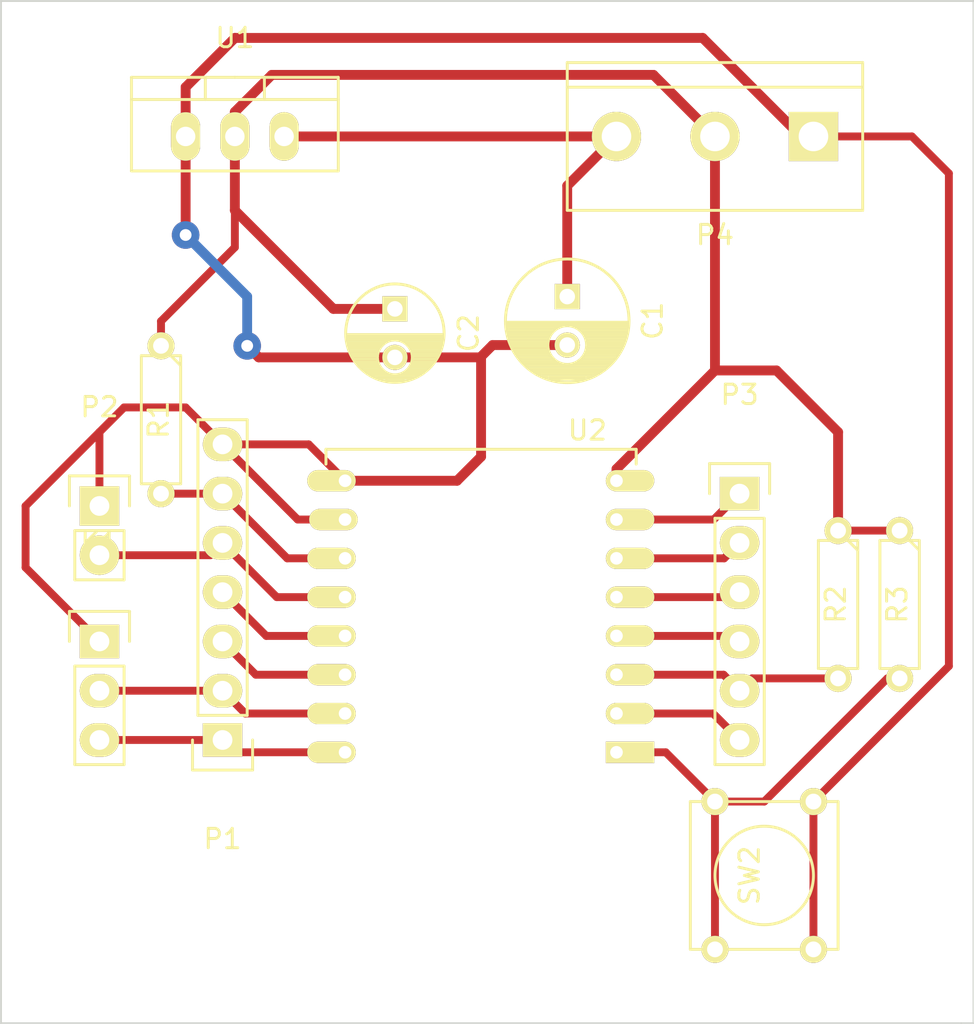
<source format=kicad_pcb>
(kicad_pcb (version 4) (host pcbnew 4.0.2+e4-6225~38~ubuntu14.04.1-stable)

  (general
    (links 38)
    (no_connects 0)
    (area 137.131667 75.075 186.458202 124.0885)
    (thickness 1.6)
    (drawings 6)
    (tracks 92)
    (zones 0)
    (modules 13)
    (nets 17)
  )

  (page A4)
  (layers
    (0 F.Cu signal)
    (31 B.Cu signal)
    (32 B.Adhes user)
    (33 F.Adhes user)
    (34 B.Paste user)
    (35 F.Paste user)
    (36 B.SilkS user)
    (37 F.SilkS user)
    (38 B.Mask user)
    (39 F.Mask user)
    (40 Dwgs.User user)
    (41 Cmts.User user)
    (42 Eco1.User user)
    (43 Eco2.User user)
    (44 Edge.Cuts user)
    (45 Margin user)
    (46 B.CrtYd user)
    (47 F.CrtYd user)
    (48 B.Fab user)
    (49 F.Fab user)
  )

  (setup
    (last_trace_width 0.25)
    (user_trace_width 0.254)
    (user_trace_width 0.3048)
    (user_trace_width 0.3556)
    (user_trace_width 0.4064)
    (user_trace_width 0.508)
    (user_trace_width 0.762)
    (user_trace_width 1.016)
    (trace_clearance 0.2)
    (zone_clearance 0.508)
    (zone_45_only no)
    (trace_min 0.2)
    (segment_width 0.2)
    (edge_width 0.1)
    (via_size 0.6)
    (via_drill 0.4)
    (via_min_size 0.4)
    (via_min_drill 0.3)
    (user_via 1.4224 0.6096)
    (user_via 1.524 0.9906)
    (uvia_size 0.3)
    (uvia_drill 0.1)
    (uvias_allowed no)
    (uvia_min_size 0)
    (uvia_min_drill 0)
    (pcb_text_width 0.3)
    (pcb_text_size 1.5 1.5)
    (mod_edge_width 0.15)
    (mod_text_size 1 1)
    (mod_text_width 0.15)
    (pad_size 1.5 1.5)
    (pad_drill 0.6)
    (pad_to_mask_clearance 0)
    (aux_axis_origin 0 0)
    (visible_elements FFFFFF7F)
    (pcbplotparams
      (layerselection 0x00030_80000001)
      (usegerberextensions false)
      (excludeedgelayer true)
      (linewidth 0.100000)
      (plotframeref false)
      (viasonmask false)
      (mode 1)
      (useauxorigin false)
      (hpglpennumber 1)
      (hpglpenspeed 20)
      (hpglpendiameter 15)
      (hpglpenoverlay 2)
      (psnegative false)
      (psa4output false)
      (plotreference true)
      (plotvalue true)
      (plotinvisibletext false)
      (padsonsilk false)
      (subtractmaskfromsilk false)
      (outputformat 1)
      (mirror false)
      (drillshape 1)
      (scaleselection 1)
      (outputdirectory ""))
  )

  (net 0 "")
  (net 1 GND)
  (net 2 VCC)
  (net 3 +3V3)
  (net 4 "Net-(K1-Pad2)")
  (net 5 "Net-(K1-Pad3)")
  (net 6 "Net-(R3-Pad2)")
  (net 7 "Net-(P1-Pad6)")
  (net 8 "Net-(P3-Pad5)")
  (net 9 "Net-(P3-Pad6)")
  (net 10 "Net-(P3-Pad4)")
  (net 11 "Net-(P3-Pad3)")
  (net 12 "Net-(P3-Pad2)")
  (net 13 "Net-(P3-Pad1)")
  (net 14 "Net-(P1-Pad5)")
  (net 15 "Net-(P1-Pad4)")
  (net 16 "Net-(P1-Pad3)")

  (net_class Default "This is the default net class."
    (clearance 0.2)
    (trace_width 0.25)
    (via_dia 0.6)
    (via_drill 0.4)
    (uvia_dia 0.3)
    (uvia_drill 0.1)
    (add_net +3V3)
    (add_net GND)
    (add_net "Net-(K1-Pad2)")
    (add_net "Net-(K1-Pad3)")
    (add_net "Net-(P1-Pad3)")
    (add_net "Net-(P1-Pad4)")
    (add_net "Net-(P1-Pad5)")
    (add_net "Net-(P1-Pad6)")
    (add_net "Net-(P3-Pad1)")
    (add_net "Net-(P3-Pad2)")
    (add_net "Net-(P3-Pad3)")
    (add_net "Net-(P3-Pad4)")
    (add_net "Net-(P3-Pad5)")
    (add_net "Net-(P3-Pad6)")
    (add_net "Net-(R3-Pad2)")
    (add_net VCC)
  )

  (module Capacitors_ThroughHole:C_Radial_D6.3_L11.2_P2.5 (layer F.Cu) (tedit 0) (tstamp 57783190)
    (at 166.37 89.535 270)
    (descr "Radial Electrolytic Capacitor, Diameter 6.3mm x Length 11.2mm, Pitch 2.5mm")
    (tags "Electrolytic Capacitor")
    (path /57781B16)
    (fp_text reference C1 (at 1.25 -4.4 270) (layer F.SilkS)
      (effects (font (size 1 1) (thickness 0.15)))
    )
    (fp_text value 100nF (at 1.25 4.4 270) (layer F.Fab)
      (effects (font (size 1 1) (thickness 0.15)))
    )
    (fp_line (start 1.325 -3.149) (end 1.325 3.149) (layer F.SilkS) (width 0.15))
    (fp_line (start 1.465 -3.143) (end 1.465 3.143) (layer F.SilkS) (width 0.15))
    (fp_line (start 1.605 -3.13) (end 1.605 -0.446) (layer F.SilkS) (width 0.15))
    (fp_line (start 1.605 0.446) (end 1.605 3.13) (layer F.SilkS) (width 0.15))
    (fp_line (start 1.745 -3.111) (end 1.745 -0.656) (layer F.SilkS) (width 0.15))
    (fp_line (start 1.745 0.656) (end 1.745 3.111) (layer F.SilkS) (width 0.15))
    (fp_line (start 1.885 -3.085) (end 1.885 -0.789) (layer F.SilkS) (width 0.15))
    (fp_line (start 1.885 0.789) (end 1.885 3.085) (layer F.SilkS) (width 0.15))
    (fp_line (start 2.025 -3.053) (end 2.025 -0.88) (layer F.SilkS) (width 0.15))
    (fp_line (start 2.025 0.88) (end 2.025 3.053) (layer F.SilkS) (width 0.15))
    (fp_line (start 2.165 -3.014) (end 2.165 -0.942) (layer F.SilkS) (width 0.15))
    (fp_line (start 2.165 0.942) (end 2.165 3.014) (layer F.SilkS) (width 0.15))
    (fp_line (start 2.305 -2.968) (end 2.305 -0.981) (layer F.SilkS) (width 0.15))
    (fp_line (start 2.305 0.981) (end 2.305 2.968) (layer F.SilkS) (width 0.15))
    (fp_line (start 2.445 -2.915) (end 2.445 -0.998) (layer F.SilkS) (width 0.15))
    (fp_line (start 2.445 0.998) (end 2.445 2.915) (layer F.SilkS) (width 0.15))
    (fp_line (start 2.585 -2.853) (end 2.585 -0.996) (layer F.SilkS) (width 0.15))
    (fp_line (start 2.585 0.996) (end 2.585 2.853) (layer F.SilkS) (width 0.15))
    (fp_line (start 2.725 -2.783) (end 2.725 -0.974) (layer F.SilkS) (width 0.15))
    (fp_line (start 2.725 0.974) (end 2.725 2.783) (layer F.SilkS) (width 0.15))
    (fp_line (start 2.865 -2.704) (end 2.865 -0.931) (layer F.SilkS) (width 0.15))
    (fp_line (start 2.865 0.931) (end 2.865 2.704) (layer F.SilkS) (width 0.15))
    (fp_line (start 3.005 -2.616) (end 3.005 -0.863) (layer F.SilkS) (width 0.15))
    (fp_line (start 3.005 0.863) (end 3.005 2.616) (layer F.SilkS) (width 0.15))
    (fp_line (start 3.145 -2.516) (end 3.145 -0.764) (layer F.SilkS) (width 0.15))
    (fp_line (start 3.145 0.764) (end 3.145 2.516) (layer F.SilkS) (width 0.15))
    (fp_line (start 3.285 -2.404) (end 3.285 -0.619) (layer F.SilkS) (width 0.15))
    (fp_line (start 3.285 0.619) (end 3.285 2.404) (layer F.SilkS) (width 0.15))
    (fp_line (start 3.425 -2.279) (end 3.425 -0.38) (layer F.SilkS) (width 0.15))
    (fp_line (start 3.425 0.38) (end 3.425 2.279) (layer F.SilkS) (width 0.15))
    (fp_line (start 3.565 -2.136) (end 3.565 2.136) (layer F.SilkS) (width 0.15))
    (fp_line (start 3.705 -1.974) (end 3.705 1.974) (layer F.SilkS) (width 0.15))
    (fp_line (start 3.845 -1.786) (end 3.845 1.786) (layer F.SilkS) (width 0.15))
    (fp_line (start 3.985 -1.563) (end 3.985 1.563) (layer F.SilkS) (width 0.15))
    (fp_line (start 4.125 -1.287) (end 4.125 1.287) (layer F.SilkS) (width 0.15))
    (fp_line (start 4.265 -0.912) (end 4.265 0.912) (layer F.SilkS) (width 0.15))
    (fp_circle (center 2.5 0) (end 2.5 -1) (layer F.SilkS) (width 0.15))
    (fp_circle (center 1.25 0) (end 1.25 -3.1875) (layer F.SilkS) (width 0.15))
    (fp_circle (center 1.25 0) (end 1.25 -3.4) (layer F.CrtYd) (width 0.05))
    (pad 2 thru_hole circle (at 2.5 0 270) (size 1.3 1.3) (drill 0.8) (layers *.Cu *.Mask F.SilkS)
      (net 1 GND))
    (pad 1 thru_hole rect (at 0 0 270) (size 1.3 1.3) (drill 0.8) (layers *.Cu *.Mask F.SilkS)
      (net 2 VCC))
    (model Capacitors_ThroughHole.3dshapes/C_Radial_D6.3_L11.2_P2.5.wrl
      (at (xyz 0 0 0))
      (scale (xyz 1 1 1))
      (rotate (xyz 0 0 0))
    )
  )

  (module Capacitors_ThroughHole:C_Radial_D5_L6_P2.5 (layer F.Cu) (tedit 0) (tstamp 57783196)
    (at 157.48 90.17 270)
    (descr "Radial Electrolytic Capacitor Diameter 5mm x Length 6mm, Pitch 2.5mm")
    (tags "Electrolytic Capacitor")
    (path /57781B25)
    (fp_text reference C2 (at 1.25 -3.8 270) (layer F.SilkS)
      (effects (font (size 1 1) (thickness 0.15)))
    )
    (fp_text value 10uf (at 1.25 3.8 270) (layer F.Fab)
      (effects (font (size 1 1) (thickness 0.15)))
    )
    (fp_line (start 1.325 -2.499) (end 1.325 2.499) (layer F.SilkS) (width 0.15))
    (fp_line (start 1.465 -2.491) (end 1.465 2.491) (layer F.SilkS) (width 0.15))
    (fp_line (start 1.605 -2.475) (end 1.605 -0.095) (layer F.SilkS) (width 0.15))
    (fp_line (start 1.605 0.095) (end 1.605 2.475) (layer F.SilkS) (width 0.15))
    (fp_line (start 1.745 -2.451) (end 1.745 -0.49) (layer F.SilkS) (width 0.15))
    (fp_line (start 1.745 0.49) (end 1.745 2.451) (layer F.SilkS) (width 0.15))
    (fp_line (start 1.885 -2.418) (end 1.885 -0.657) (layer F.SilkS) (width 0.15))
    (fp_line (start 1.885 0.657) (end 1.885 2.418) (layer F.SilkS) (width 0.15))
    (fp_line (start 2.025 -2.377) (end 2.025 -0.764) (layer F.SilkS) (width 0.15))
    (fp_line (start 2.025 0.764) (end 2.025 2.377) (layer F.SilkS) (width 0.15))
    (fp_line (start 2.165 -2.327) (end 2.165 -0.835) (layer F.SilkS) (width 0.15))
    (fp_line (start 2.165 0.835) (end 2.165 2.327) (layer F.SilkS) (width 0.15))
    (fp_line (start 2.305 -2.266) (end 2.305 -0.879) (layer F.SilkS) (width 0.15))
    (fp_line (start 2.305 0.879) (end 2.305 2.266) (layer F.SilkS) (width 0.15))
    (fp_line (start 2.445 -2.196) (end 2.445 -0.898) (layer F.SilkS) (width 0.15))
    (fp_line (start 2.445 0.898) (end 2.445 2.196) (layer F.SilkS) (width 0.15))
    (fp_line (start 2.585 -2.114) (end 2.585 -0.896) (layer F.SilkS) (width 0.15))
    (fp_line (start 2.585 0.896) (end 2.585 2.114) (layer F.SilkS) (width 0.15))
    (fp_line (start 2.725 -2.019) (end 2.725 -0.871) (layer F.SilkS) (width 0.15))
    (fp_line (start 2.725 0.871) (end 2.725 2.019) (layer F.SilkS) (width 0.15))
    (fp_line (start 2.865 -1.908) (end 2.865 -0.823) (layer F.SilkS) (width 0.15))
    (fp_line (start 2.865 0.823) (end 2.865 1.908) (layer F.SilkS) (width 0.15))
    (fp_line (start 3.005 -1.78) (end 3.005 -0.745) (layer F.SilkS) (width 0.15))
    (fp_line (start 3.005 0.745) (end 3.005 1.78) (layer F.SilkS) (width 0.15))
    (fp_line (start 3.145 -1.631) (end 3.145 -0.628) (layer F.SilkS) (width 0.15))
    (fp_line (start 3.145 0.628) (end 3.145 1.631) (layer F.SilkS) (width 0.15))
    (fp_line (start 3.285 -1.452) (end 3.285 -0.44) (layer F.SilkS) (width 0.15))
    (fp_line (start 3.285 0.44) (end 3.285 1.452) (layer F.SilkS) (width 0.15))
    (fp_line (start 3.425 -1.233) (end 3.425 1.233) (layer F.SilkS) (width 0.15))
    (fp_line (start 3.565 -0.944) (end 3.565 0.944) (layer F.SilkS) (width 0.15))
    (fp_line (start 3.705 -0.472) (end 3.705 0.472) (layer F.SilkS) (width 0.15))
    (fp_circle (center 2.5 0) (end 2.5 -0.9) (layer F.SilkS) (width 0.15))
    (fp_circle (center 1.25 0) (end 1.25 -2.5375) (layer F.SilkS) (width 0.15))
    (fp_circle (center 1.25 0) (end 1.25 -2.8) (layer F.CrtYd) (width 0.05))
    (pad 1 thru_hole rect (at 0 0 270) (size 1.3 1.3) (drill 0.8) (layers *.Cu *.Mask F.SilkS)
      (net 3 +3V3))
    (pad 2 thru_hole circle (at 2.5 0 270) (size 1.3 1.3) (drill 0.8) (layers *.Cu *.Mask F.SilkS)
      (net 1 GND))
    (model Capacitors_ThroughHole.3dshapes/C_Radial_D5_L6_P2.5.wrl
      (at (xyz 0.0492126 0 0))
      (scale (xyz 1 1 1))
      (rotate (xyz 0 0 90))
    )
  )

  (module Discret:R3 (layer F.Cu) (tedit 0) (tstamp 577831A3)
    (at 145.415 95.885 270)
    (descr "Resitance 3 pas")
    (tags R)
    (path /577727F2)
    (fp_text reference R1 (at 0 0.127 270) (layer F.SilkS)
      (effects (font (size 1 1) (thickness 0.15)))
    )
    (fp_text value 10k (at 0 0.127 270) (layer F.Fab)
      (effects (font (size 1 1) (thickness 0.15)))
    )
    (fp_line (start -3.81 0) (end -3.302 0) (layer F.SilkS) (width 0.15))
    (fp_line (start 3.81 0) (end 3.302 0) (layer F.SilkS) (width 0.15))
    (fp_line (start 3.302 0) (end 3.302 -1.016) (layer F.SilkS) (width 0.15))
    (fp_line (start 3.302 -1.016) (end -3.302 -1.016) (layer F.SilkS) (width 0.15))
    (fp_line (start -3.302 -1.016) (end -3.302 1.016) (layer F.SilkS) (width 0.15))
    (fp_line (start -3.302 1.016) (end 3.302 1.016) (layer F.SilkS) (width 0.15))
    (fp_line (start 3.302 1.016) (end 3.302 0) (layer F.SilkS) (width 0.15))
    (fp_line (start -3.302 -0.508) (end -2.794 -1.016) (layer F.SilkS) (width 0.15))
    (pad 1 thru_hole circle (at -3.81 0 270) (size 1.397 1.397) (drill 0.8128) (layers *.Cu *.Mask F.SilkS)
      (net 3 +3V3))
    (pad 2 thru_hole circle (at 3.81 0 270) (size 1.397 1.397) (drill 0.8128) (layers *.Cu *.Mask F.SilkS)
      (net 7 "Net-(P1-Pad6)"))
    (model Discret.3dshapes/R3.wrl
      (at (xyz 0 0 0))
      (scale (xyz 0.3 0.3 0.3))
      (rotate (xyz 0 0 0))
    )
  )

  (module Discret:R3 (layer F.Cu) (tedit 0) (tstamp 577831A9)
    (at 180.34 105.41 270)
    (descr "Resitance 3 pas")
    (tags R)
    (path /5777282E)
    (fp_text reference R2 (at 0 0.127 270) (layer F.SilkS)
      (effects (font (size 1 1) (thickness 0.15)))
    )
    (fp_text value 10k (at 0 0.127 270) (layer F.Fab)
      (effects (font (size 1 1) (thickness 0.15)))
    )
    (fp_line (start -3.81 0) (end -3.302 0) (layer F.SilkS) (width 0.15))
    (fp_line (start 3.81 0) (end 3.302 0) (layer F.SilkS) (width 0.15))
    (fp_line (start 3.302 0) (end 3.302 -1.016) (layer F.SilkS) (width 0.15))
    (fp_line (start 3.302 -1.016) (end -3.302 -1.016) (layer F.SilkS) (width 0.15))
    (fp_line (start -3.302 -1.016) (end -3.302 1.016) (layer F.SilkS) (width 0.15))
    (fp_line (start -3.302 1.016) (end 3.302 1.016) (layer F.SilkS) (width 0.15))
    (fp_line (start 3.302 1.016) (end 3.302 0) (layer F.SilkS) (width 0.15))
    (fp_line (start -3.302 -0.508) (end -2.794 -1.016) (layer F.SilkS) (width 0.15))
    (pad 1 thru_hole circle (at -3.81 0 270) (size 1.397 1.397) (drill 0.8128) (layers *.Cu *.Mask F.SilkS)
      (net 3 +3V3))
    (pad 2 thru_hole circle (at 3.81 0 270) (size 1.397 1.397) (drill 0.8128) (layers *.Cu *.Mask F.SilkS)
      (net 8 "Net-(P3-Pad5)"))
    (model Discret.3dshapes/R3.wrl
      (at (xyz 0 0 0))
      (scale (xyz 0.3 0.3 0.3))
      (rotate (xyz 0 0 0))
    )
  )

  (module Discret:R3 (layer F.Cu) (tedit 0) (tstamp 577831AF)
    (at 183.515 105.41 270)
    (descr "Resitance 3 pas")
    (tags R)
    (path /57772801)
    (fp_text reference R3 (at 0 0.127 270) (layer F.SilkS)
      (effects (font (size 1 1) (thickness 0.15)))
    )
    (fp_text value 10k (at 0 0.127 270) (layer F.Fab)
      (effects (font (size 1 1) (thickness 0.15)))
    )
    (fp_line (start -3.81 0) (end -3.302 0) (layer F.SilkS) (width 0.15))
    (fp_line (start 3.81 0) (end 3.302 0) (layer F.SilkS) (width 0.15))
    (fp_line (start 3.302 0) (end 3.302 -1.016) (layer F.SilkS) (width 0.15))
    (fp_line (start 3.302 -1.016) (end -3.302 -1.016) (layer F.SilkS) (width 0.15))
    (fp_line (start -3.302 -1.016) (end -3.302 1.016) (layer F.SilkS) (width 0.15))
    (fp_line (start -3.302 1.016) (end 3.302 1.016) (layer F.SilkS) (width 0.15))
    (fp_line (start 3.302 1.016) (end 3.302 0) (layer F.SilkS) (width 0.15))
    (fp_line (start -3.302 -0.508) (end -2.794 -1.016) (layer F.SilkS) (width 0.15))
    (pad 1 thru_hole circle (at -3.81 0 270) (size 1.397 1.397) (drill 0.8128) (layers *.Cu *.Mask F.SilkS)
      (net 3 +3V3))
    (pad 2 thru_hole circle (at 3.81 0 270) (size 1.397 1.397) (drill 0.8128) (layers *.Cu *.Mask F.SilkS)
      (net 6 "Net-(R3-Pad2)"))
    (model Discret.3dshapes/R3.wrl
      (at (xyz 0 0 0))
      (scale (xyz 0.3 0.3 0.3))
      (rotate (xyz 0 0 0))
    )
  )

  (module Buttons_Switches_ThroughHole:SW_PUSH_SMALL (layer F.Cu) (tedit 0) (tstamp 577831BD)
    (at 176.53 119.38 90)
    (path /57785857)
    (fp_text reference SW2 (at 0 -0.762 90) (layer F.SilkS)
      (effects (font (size 1 1) (thickness 0.15)))
    )
    (fp_text value SW_PUSH (at 0 1.016 90) (layer F.Fab)
      (effects (font (size 1 1) (thickness 0.15)))
    )
    (fp_circle (center 0 0) (end 0 -2.54) (layer F.SilkS) (width 0.15))
    (fp_line (start -3.81 -3.81) (end 3.81 -3.81) (layer F.SilkS) (width 0.15))
    (fp_line (start 3.81 -3.81) (end 3.81 3.81) (layer F.SilkS) (width 0.15))
    (fp_line (start 3.81 3.81) (end -3.81 3.81) (layer F.SilkS) (width 0.15))
    (fp_line (start -3.81 -3.81) (end -3.81 3.81) (layer F.SilkS) (width 0.15))
    (pad 1 thru_hole circle (at 3.81 -2.54 90) (size 1.397 1.397) (drill 0.8128) (layers *.Cu *.Mask F.SilkS)
      (net 6 "Net-(R3-Pad2)"))
    (pad 2 thru_hole circle (at 3.81 2.54 90) (size 1.397 1.397) (drill 0.8128) (layers *.Cu *.Mask F.SilkS)
      (net 1 GND))
    (pad 1 thru_hole circle (at -3.81 -2.54 90) (size 1.397 1.397) (drill 0.8128) (layers *.Cu *.Mask F.SilkS)
      (net 6 "Net-(R3-Pad2)"))
    (pad 2 thru_hole circle (at -3.81 2.54 90) (size 1.397 1.397) (drill 0.8128) (layers *.Cu *.Mask F.SilkS)
      (net 1 GND))
  )

  (module TO_SOT_Packages_THT:TO-220_Neutral123_Vertical (layer F.Cu) (tedit 0) (tstamp 577831C4)
    (at 149.225 81.28)
    (descr "TO-220, Neutral, Vertical,")
    (tags "TO-220, Neutral, Vertical,")
    (path /57772B2A)
    (fp_text reference U1 (at 0 -5.08) (layer F.SilkS)
      (effects (font (size 1 1) (thickness 0.15)))
    )
    (fp_text value NCP1117ST33T3G (at 0 3.81) (layer F.Fab)
      (effects (font (size 1 1) (thickness 0.15)))
    )
    (fp_line (start -1.524 -3.048) (end -1.524 -1.905) (layer F.SilkS) (width 0.15))
    (fp_line (start 1.524 -3.048) (end 1.524 -1.905) (layer F.SilkS) (width 0.15))
    (fp_line (start 5.334 -1.905) (end 5.334 1.778) (layer F.SilkS) (width 0.15))
    (fp_line (start 5.334 1.778) (end -5.334 1.778) (layer F.SilkS) (width 0.15))
    (fp_line (start -5.334 1.778) (end -5.334 -1.905) (layer F.SilkS) (width 0.15))
    (fp_line (start 5.334 -3.048) (end 5.334 -1.905) (layer F.SilkS) (width 0.15))
    (fp_line (start 5.334 -1.905) (end -5.334 -1.905) (layer F.SilkS) (width 0.15))
    (fp_line (start -5.334 -1.905) (end -5.334 -3.048) (layer F.SilkS) (width 0.15))
    (fp_line (start 0 -3.048) (end -5.334 -3.048) (layer F.SilkS) (width 0.15))
    (fp_line (start 0 -3.048) (end 5.334 -3.048) (layer F.SilkS) (width 0.15))
    (pad 2 thru_hole oval (at 0 0 90) (size 2.49936 1.50114) (drill 1.00076) (layers *.Cu *.Mask F.SilkS)
      (net 3 +3V3))
    (pad 1 thru_hole oval (at -2.54 0 90) (size 2.49936 1.50114) (drill 1.00076) (layers *.Cu *.Mask F.SilkS)
      (net 1 GND))
    (pad 3 thru_hole oval (at 2.54 0 90) (size 2.49936 1.50114) (drill 1.00076) (layers *.Cu *.Mask F.SilkS)
      (net 2 VCC))
    (model TO_SOT_Packages_THT.3dshapes/TO-220_Neutral123_Vertical.wrl
      (at (xyz 0 0 0))
      (scale (xyz 0.3937 0.3937 0.3937))
      (rotate (xyz 0 0 0))
    )
  )

  (module ESP8266:ESP-12 (layer F.Cu) (tedit 55BE5912) (tstamp 577831D8)
    (at 168.91 113.03 180)
    (descr "Module, ESP-8266, ESP-12, 16 pad, SMD")
    (tags "Module ESP-8266 ESP8266")
    (path /57782701)
    (fp_text reference U2 (at 1.5 16.6 180) (layer F.SilkS)
      (effects (font (size 1 1) (thickness 0.15)))
    )
    (fp_text value ESP-07v2 (at 6.992 1 180) (layer F.Fab)
      (effects (font (size 1 1) (thickness 0.15)))
    )
    (fp_line (start -2.25 -0.5) (end -2.25 -8.75) (layer F.CrtYd) (width 0.05))
    (fp_line (start -2.25 -8.75) (end 15.25 -8.75) (layer F.CrtYd) (width 0.05))
    (fp_line (start 15.25 -8.75) (end 16.25 -8.75) (layer F.CrtYd) (width 0.05))
    (fp_line (start 16.25 -8.75) (end 16.25 16) (layer F.CrtYd) (width 0.05))
    (fp_line (start 16.25 16) (end -2.25 16) (layer F.CrtYd) (width 0.05))
    (fp_line (start -2.25 16) (end -2.25 -0.5) (layer F.CrtYd) (width 0.05))
    (fp_line (start -1.016 -8.382) (end 14.986 -8.382) (layer F.CrtYd) (width 0.1524))
    (fp_line (start 14.986 -8.382) (end 14.986 -0.889) (layer F.CrtYd) (width 0.1524))
    (fp_line (start -1.016 -8.382) (end -1.016 -1.016) (layer F.CrtYd) (width 0.1524))
    (fp_line (start -1.016 14.859) (end -1.016 15.621) (layer F.SilkS) (width 0.1524))
    (fp_line (start -1.016 15.621) (end 14.986 15.621) (layer F.SilkS) (width 0.1524))
    (fp_line (start 14.986 15.621) (end 14.986 14.859) (layer F.SilkS) (width 0.1524))
    (fp_line (start 14.992 -8.4) (end -1.008 -2.6) (layer F.CrtYd) (width 0.1524))
    (fp_line (start -1.008 -8.4) (end 14.992 -2.6) (layer F.CrtYd) (width 0.1524))
    (fp_text user "No Copper" (at 6.892 -5.4 180) (layer F.CrtYd)
      (effects (font (size 1 1) (thickness 0.15)))
    )
    (fp_line (start -1.008 -2.6) (end 14.992 -2.6) (layer F.CrtYd) (width 0.1524))
    (fp_line (start 15 -8.4) (end 15 15.6) (layer F.Fab) (width 0.05))
    (fp_line (start 14.992 15.6) (end -1.008 15.6) (layer F.Fab) (width 0.05))
    (fp_line (start -1.008 15.6) (end -1.008 -8.4) (layer F.Fab) (width 0.05))
    (fp_line (start -1.008 -8.4) (end 14.992 -8.4) (layer F.Fab) (width 0.05))
    (pad 1 thru_hole rect (at 0 0 180) (size 2.5 1.1) (drill 0.65 (offset -0.7 0)) (layers *.Cu *.Mask F.SilkS)
      (net 6 "Net-(R3-Pad2)"))
    (pad 2 thru_hole oval (at 0 2 180) (size 2.5 1.1) (drill 0.65 (offset -0.7 0)) (layers *.Cu *.Mask F.SilkS)
      (net 9 "Net-(P3-Pad6)"))
    (pad 3 thru_hole oval (at 0 4 180) (size 2.5 1.1) (drill 0.65 (offset -0.7 0)) (layers *.Cu *.Mask F.SilkS)
      (net 8 "Net-(P3-Pad5)"))
    (pad 4 thru_hole oval (at 0 6 180) (size 2.5 1.1) (drill 0.65 (offset -0.7 0)) (layers *.Cu *.Mask F.SilkS)
      (net 10 "Net-(P3-Pad4)"))
    (pad 5 thru_hole oval (at 0 8 180) (size 2.5 1.1) (drill 0.65 (offset -0.7 0)) (layers *.Cu *.Mask F.SilkS)
      (net 11 "Net-(P3-Pad3)"))
    (pad 6 thru_hole oval (at 0 10 180) (size 2.5 1.1) (drill 0.65 (offset -0.7 0)) (layers *.Cu *.Mask F.SilkS)
      (net 12 "Net-(P3-Pad2)"))
    (pad 7 thru_hole oval (at 0 12 180) (size 2.5 1.1) (drill 0.65 (offset -0.7 0)) (layers *.Cu *.Mask F.SilkS)
      (net 13 "Net-(P3-Pad1)"))
    (pad 8 thru_hole oval (at 0 14 180) (size 2.5 1.1) (drill 0.65 (offset -0.7 0)) (layers *.Cu *.Mask F.SilkS)
      (net 3 +3V3))
    (pad 9 thru_hole oval (at 14 14 180) (size 2.5 1.1) (drill 0.65 (offset 0.7 0)) (layers *.Cu *.Mask F.SilkS)
      (net 1 GND))
    (pad 10 thru_hole oval (at 14 12 180) (size 2.5 1.1) (drill 0.65 (offset 0.6 0)) (layers *.Cu *.Mask F.SilkS)
      (net 1 GND))
    (pad 11 thru_hole oval (at 14 10 180) (size 2.5 1.1) (drill 0.65 (offset 0.7 0)) (layers *.Cu *.Mask F.SilkS)
      (net 7 "Net-(P1-Pad6)"))
    (pad 12 thru_hole oval (at 14 8 180) (size 2.5 1.1) (drill 0.65 (offset 0.7 0)) (layers *.Cu *.Mask F.SilkS)
      (net 14 "Net-(P1-Pad5)"))
    (pad 13 thru_hole oval (at 14 6 180) (size 2.5 1.1) (drill 0.65 (offset 0.7 0)) (layers *.Cu *.Mask F.SilkS)
      (net 15 "Net-(P1-Pad4)"))
    (pad 14 thru_hole oval (at 14 4 180) (size 2.5 1.1) (drill 0.65 (offset 0.7 0)) (layers *.Cu *.Mask F.SilkS)
      (net 16 "Net-(P1-Pad3)"))
    (pad 15 thru_hole oval (at 14 2 180) (size 2.5 1.1) (drill 0.65 (offset 0.7 0)) (layers *.Cu *.Mask F.SilkS)
      (net 4 "Net-(K1-Pad2)"))
    (pad 16 thru_hole oval (at 14 0 180) (size 2.5 1.1) (drill 0.65 (offset 0.7 0)) (layers *.Cu *.Mask F.SilkS)
      (net 5 "Net-(K1-Pad3)"))
    (model ${ESPLIB}/ESP8266.3dshapes/ESP-12.wrl
      (at (xyz 0 0 0))
      (scale (xyz 0.3937 0.3937 0.3937))
      (rotate (xyz 0 0 0))
    )
  )

  (module Pin_Headers:Pin_Header_Straight_1x07 (layer F.Cu) (tedit 0) (tstamp 577837CD)
    (at 148.59 112.395 180)
    (descr "Through hole pin header")
    (tags "pin header")
    (path /57787A15)
    (fp_text reference P1 (at 0 -5.1 180) (layer F.SilkS)
      (effects (font (size 1 1) (thickness 0.15)))
    )
    (fp_text value CONN_01X07 (at 0 -3.1 180) (layer F.Fab)
      (effects (font (size 1 1) (thickness 0.15)))
    )
    (fp_line (start -1.75 -1.75) (end -1.75 17) (layer F.CrtYd) (width 0.05))
    (fp_line (start 1.75 -1.75) (end 1.75 17) (layer F.CrtYd) (width 0.05))
    (fp_line (start -1.75 -1.75) (end 1.75 -1.75) (layer F.CrtYd) (width 0.05))
    (fp_line (start -1.75 17) (end 1.75 17) (layer F.CrtYd) (width 0.05))
    (fp_line (start 1.27 1.27) (end 1.27 16.51) (layer F.SilkS) (width 0.15))
    (fp_line (start 1.27 16.51) (end -1.27 16.51) (layer F.SilkS) (width 0.15))
    (fp_line (start -1.27 16.51) (end -1.27 1.27) (layer F.SilkS) (width 0.15))
    (fp_line (start 1.55 -1.55) (end 1.55 0) (layer F.SilkS) (width 0.15))
    (fp_line (start 1.27 1.27) (end -1.27 1.27) (layer F.SilkS) (width 0.15))
    (fp_line (start -1.55 0) (end -1.55 -1.55) (layer F.SilkS) (width 0.15))
    (fp_line (start -1.55 -1.55) (end 1.55 -1.55) (layer F.SilkS) (width 0.15))
    (pad 1 thru_hole rect (at 0 0 180) (size 2.032 1.7272) (drill 1.016) (layers *.Cu *.Mask F.SilkS)
      (net 5 "Net-(K1-Pad3)"))
    (pad 2 thru_hole oval (at 0 2.54 180) (size 2.032 1.7272) (drill 1.016) (layers *.Cu *.Mask F.SilkS)
      (net 4 "Net-(K1-Pad2)"))
    (pad 3 thru_hole oval (at 0 5.08 180) (size 2.032 1.7272) (drill 1.016) (layers *.Cu *.Mask F.SilkS)
      (net 16 "Net-(P1-Pad3)"))
    (pad 4 thru_hole oval (at 0 7.62 180) (size 2.032 1.7272) (drill 1.016) (layers *.Cu *.Mask F.SilkS)
      (net 15 "Net-(P1-Pad4)"))
    (pad 5 thru_hole oval (at 0 10.16 180) (size 2.032 1.7272) (drill 1.016) (layers *.Cu *.Mask F.SilkS)
      (net 14 "Net-(P1-Pad5)"))
    (pad 6 thru_hole oval (at 0 12.7 180) (size 2.032 1.7272) (drill 1.016) (layers *.Cu *.Mask F.SilkS)
      (net 7 "Net-(P1-Pad6)"))
    (pad 7 thru_hole oval (at 0 15.24 180) (size 2.032 1.7272) (drill 1.016) (layers *.Cu *.Mask F.SilkS)
      (net 1 GND))
    (model Pin_Headers.3dshapes/Pin_Header_Straight_1x07.wrl
      (at (xyz 0 -0.3 0))
      (scale (xyz 1 1 1))
      (rotate (xyz 0 0 90))
    )
  )

  (module Pin_Headers:Pin_Header_Straight_1x06 (layer F.Cu) (tedit 0) (tstamp 577837DD)
    (at 175.26 99.695)
    (descr "Through hole pin header")
    (tags "pin header")
    (path /57787643)
    (fp_text reference P3 (at 0 -5.1) (layer F.SilkS)
      (effects (font (size 1 1) (thickness 0.15)))
    )
    (fp_text value CONN_01X06 (at 0 -3.1) (layer F.Fab)
      (effects (font (size 1 1) (thickness 0.15)))
    )
    (fp_line (start -1.75 -1.75) (end -1.75 14.45) (layer F.CrtYd) (width 0.05))
    (fp_line (start 1.75 -1.75) (end 1.75 14.45) (layer F.CrtYd) (width 0.05))
    (fp_line (start -1.75 -1.75) (end 1.75 -1.75) (layer F.CrtYd) (width 0.05))
    (fp_line (start -1.75 14.45) (end 1.75 14.45) (layer F.CrtYd) (width 0.05))
    (fp_line (start 1.27 1.27) (end 1.27 13.97) (layer F.SilkS) (width 0.15))
    (fp_line (start 1.27 13.97) (end -1.27 13.97) (layer F.SilkS) (width 0.15))
    (fp_line (start -1.27 13.97) (end -1.27 1.27) (layer F.SilkS) (width 0.15))
    (fp_line (start 1.55 -1.55) (end 1.55 0) (layer F.SilkS) (width 0.15))
    (fp_line (start 1.27 1.27) (end -1.27 1.27) (layer F.SilkS) (width 0.15))
    (fp_line (start -1.55 0) (end -1.55 -1.55) (layer F.SilkS) (width 0.15))
    (fp_line (start -1.55 -1.55) (end 1.55 -1.55) (layer F.SilkS) (width 0.15))
    (pad 1 thru_hole rect (at 0 0) (size 2.032 1.7272) (drill 1.016) (layers *.Cu *.Mask F.SilkS)
      (net 13 "Net-(P3-Pad1)"))
    (pad 2 thru_hole oval (at 0 2.54) (size 2.032 1.7272) (drill 1.016) (layers *.Cu *.Mask F.SilkS)
      (net 12 "Net-(P3-Pad2)"))
    (pad 3 thru_hole oval (at 0 5.08) (size 2.032 1.7272) (drill 1.016) (layers *.Cu *.Mask F.SilkS)
      (net 11 "Net-(P3-Pad3)"))
    (pad 4 thru_hole oval (at 0 7.62) (size 2.032 1.7272) (drill 1.016) (layers *.Cu *.Mask F.SilkS)
      (net 10 "Net-(P3-Pad4)"))
    (pad 5 thru_hole oval (at 0 10.16) (size 2.032 1.7272) (drill 1.016) (layers *.Cu *.Mask F.SilkS)
      (net 8 "Net-(P3-Pad5)"))
    (pad 6 thru_hole oval (at 0 12.7) (size 2.032 1.7272) (drill 1.016) (layers *.Cu *.Mask F.SilkS)
      (net 9 "Net-(P3-Pad6)"))
    (model Pin_Headers.3dshapes/Pin_Header_Straight_1x06.wrl
      (at (xyz 0 -0.25 0))
      (scale (xyz 1 1 1))
      (rotate (xyz 0 0 90))
    )
  )

  (module Pin_Headers:Pin_Header_Straight_1x03 (layer F.Cu) (tedit 0) (tstamp 57783923)
    (at 142.24 107.315)
    (descr "Through hole pin header")
    (tags "pin header")
    (path /577729A0)
    (fp_text reference K1 (at 0 -5.1) (layer F.SilkS)
      (effects (font (size 1 1) (thickness 0.15)))
    )
    (fp_text value USB/Serial (at 0 -3.1) (layer F.Fab)
      (effects (font (size 1 1) (thickness 0.15)))
    )
    (fp_line (start -1.75 -1.75) (end -1.75 6.85) (layer F.CrtYd) (width 0.05))
    (fp_line (start 1.75 -1.75) (end 1.75 6.85) (layer F.CrtYd) (width 0.05))
    (fp_line (start -1.75 -1.75) (end 1.75 -1.75) (layer F.CrtYd) (width 0.05))
    (fp_line (start -1.75 6.85) (end 1.75 6.85) (layer F.CrtYd) (width 0.05))
    (fp_line (start -1.27 1.27) (end -1.27 6.35) (layer F.SilkS) (width 0.15))
    (fp_line (start -1.27 6.35) (end 1.27 6.35) (layer F.SilkS) (width 0.15))
    (fp_line (start 1.27 6.35) (end 1.27 1.27) (layer F.SilkS) (width 0.15))
    (fp_line (start 1.55 -1.55) (end 1.55 0) (layer F.SilkS) (width 0.15))
    (fp_line (start 1.27 1.27) (end -1.27 1.27) (layer F.SilkS) (width 0.15))
    (fp_line (start -1.55 0) (end -1.55 -1.55) (layer F.SilkS) (width 0.15))
    (fp_line (start -1.55 -1.55) (end 1.55 -1.55) (layer F.SilkS) (width 0.15))
    (pad 1 thru_hole rect (at 0 0) (size 2.032 1.7272) (drill 1.016) (layers *.Cu *.Mask F.SilkS)
      (net 1 GND))
    (pad 2 thru_hole oval (at 0 2.54) (size 2.032 1.7272) (drill 1.016) (layers *.Cu *.Mask F.SilkS)
      (net 4 "Net-(K1-Pad2)"))
    (pad 3 thru_hole oval (at 0 5.08) (size 2.032 1.7272) (drill 1.016) (layers *.Cu *.Mask F.SilkS)
      (net 5 "Net-(K1-Pad3)"))
    (model Pin_Headers.3dshapes/Pin_Header_Straight_1x03.wrl
      (at (xyz 0 -0.1 0))
      (scale (xyz 1 1 1))
      (rotate (xyz 0 0 90))
    )
  )

  (module Pin_Headers:Pin_Header_Straight_1x02 (layer F.Cu) (tedit 54EA090C) (tstamp 577839B5)
    (at 142.24 100.33)
    (descr "Through hole pin header")
    (tags "pin header")
    (path /5778A96F)
    (fp_text reference P2 (at 0 -5.1) (layer F.SilkS)
      (effects (font (size 1 1) (thickness 0.15)))
    )
    (fp_text value CONN_01X02 (at 0 -3.1) (layer F.Fab)
      (effects (font (size 1 1) (thickness 0.15)))
    )
    (fp_line (start 1.27 1.27) (end 1.27 3.81) (layer F.SilkS) (width 0.15))
    (fp_line (start 1.55 -1.55) (end 1.55 0) (layer F.SilkS) (width 0.15))
    (fp_line (start -1.75 -1.75) (end -1.75 4.3) (layer F.CrtYd) (width 0.05))
    (fp_line (start 1.75 -1.75) (end 1.75 4.3) (layer F.CrtYd) (width 0.05))
    (fp_line (start -1.75 -1.75) (end 1.75 -1.75) (layer F.CrtYd) (width 0.05))
    (fp_line (start -1.75 4.3) (end 1.75 4.3) (layer F.CrtYd) (width 0.05))
    (fp_line (start 1.27 1.27) (end -1.27 1.27) (layer F.SilkS) (width 0.15))
    (fp_line (start -1.55 0) (end -1.55 -1.55) (layer F.SilkS) (width 0.15))
    (fp_line (start -1.55 -1.55) (end 1.55 -1.55) (layer F.SilkS) (width 0.15))
    (fp_line (start -1.27 1.27) (end -1.27 3.81) (layer F.SilkS) (width 0.15))
    (fp_line (start -1.27 3.81) (end 1.27 3.81) (layer F.SilkS) (width 0.15))
    (pad 1 thru_hole rect (at 0 0) (size 2.032 2.032) (drill 1.016) (layers *.Cu *.Mask F.SilkS)
      (net 1 GND))
    (pad 2 thru_hole oval (at 0 2.54) (size 2.032 2.032) (drill 1.016) (layers *.Cu *.Mask F.SilkS)
      (net 14 "Net-(P1-Pad5)"))
    (model Pin_Headers.3dshapes/Pin_Header_Straight_1x02.wrl
      (at (xyz 0 -0.05 0))
      (scale (xyz 1 1 1))
      (rotate (xyz 0 0 90))
    )
  )

  (module Connect:bornier3 (layer F.Cu) (tedit 0) (tstamp 57783B15)
    (at 173.99 81.28 180)
    (descr "Bornier d'alimentation 3 pins")
    (tags DEV)
    (path /5778E442)
    (fp_text reference P4 (at 0 -5.08 180) (layer F.SilkS)
      (effects (font (size 1 1) (thickness 0.15)))
    )
    (fp_text value CONN_01X03 (at 0 5.08 180) (layer F.Fab)
      (effects (font (size 1 1) (thickness 0.15)))
    )
    (fp_line (start -7.62 3.81) (end -7.62 -3.81) (layer F.SilkS) (width 0.15))
    (fp_line (start 7.62 3.81) (end 7.62 -3.81) (layer F.SilkS) (width 0.15))
    (fp_line (start -7.62 2.54) (end 7.62 2.54) (layer F.SilkS) (width 0.15))
    (fp_line (start -7.62 -3.81) (end 7.62 -3.81) (layer F.SilkS) (width 0.15))
    (fp_line (start -7.62 3.81) (end 7.62 3.81) (layer F.SilkS) (width 0.15))
    (pad 1 thru_hole rect (at -5.08 0 180) (size 2.54 2.54) (drill 1.524) (layers *.Cu *.Mask F.SilkS)
      (net 1 GND))
    (pad 2 thru_hole circle (at 0 0 180) (size 2.54 2.54) (drill 1.524) (layers *.Cu *.Mask F.SilkS)
      (net 3 +3V3))
    (pad 3 thru_hole circle (at 5.08 0 180) (size 2.54 2.54) (drill 1.524) (layers *.Cu *.Mask F.SilkS)
      (net 2 VCC))
    (model Connect.3dshapes/bornier3.wrl
      (at (xyz 0 0 0))
      (scale (xyz 1 1 1))
      (rotate (xyz 0 0 0))
    )
  )

  (gr_line (start 186.69 127) (end 187.325 127) (angle 90) (layer Edge.Cuts) (width 0.1))
  (gr_line (start 137.16 74.295) (end 137.16 127) (angle 90) (layer Edge.Cuts) (width 0.1))
  (gr_line (start 137.795 74.295) (end 137.16 74.295) (angle 90) (layer Edge.Cuts) (width 0.1))
  (gr_line (start 187.325 74.295) (end 137.795 74.295) (angle 90) (layer Edge.Cuts) (width 0.1))
  (gr_line (start 187.325 127) (end 187.325 74.295) (angle 90) (layer Edge.Cuts) (width 0.1))
  (gr_line (start 137.16 127) (end 186.69 127) (angle 90) (layer Edge.Cuts) (width 0.1))

  (segment (start 146.685 81.28) (end 146.685 86.36) (width 0.508) (layer F.Cu) (net 1))
  (segment (start 150.455 92.67) (end 157.48 92.67) (width 0.508) (layer F.Cu) (net 1) (tstamp 57783DD8))
  (segment (start 149.86 92.075) (end 150.455 92.67) (width 0.508) (layer F.Cu) (net 1) (tstamp 57783DD7))
  (via (at 149.86 92.075) (size 1.4224) (drill 0.6096) (layers F.Cu B.Cu) (net 1))
  (segment (start 149.86 89.535) (end 149.86 92.075) (width 0.508) (layer B.Cu) (net 1) (tstamp 57783DCF))
  (segment (start 146.685 86.36) (end 149.86 89.535) (width 0.508) (layer B.Cu) (net 1) (tstamp 57783DCE))
  (via (at 146.685 86.36) (size 1.4224) (drill 0.6096) (layers F.Cu B.Cu) (net 1))
  (segment (start 148.59 97.155) (end 153.035 97.155) (width 0.4064) (layer F.Cu) (net 1))
  (segment (start 153.035 97.155) (end 154.91 99.03) (width 0.4064) (layer F.Cu) (net 1) (tstamp 57783D98))
  (segment (start 179.07 81.28) (end 184.15 81.28) (width 0.4064) (layer F.Cu) (net 1))
  (segment (start 186.055 108.585) (end 179.07 115.57) (width 0.4064) (layer F.Cu) (net 1) (tstamp 57783CF2))
  (segment (start 186.055 83.185) (end 186.055 108.585) (width 0.4064) (layer F.Cu) (net 1) (tstamp 57783CE9))
  (segment (start 184.15 81.28) (end 186.055 83.185) (width 0.4064) (layer F.Cu) (net 1) (tstamp 57783CE3))
  (segment (start 166.37 92.035) (end 162.52 92.035) (width 0.508) (layer F.Cu) (net 1))
  (segment (start 162.52 92.035) (end 161.885 92.67) (width 0.508) (layer F.Cu) (net 1) (tstamp 57783CC4))
  (segment (start 154.91 99.03) (end 160.685 99.03) (width 0.508) (layer F.Cu) (net 1))
  (segment (start 160.685 99.03) (end 161.925 97.79) (width 0.508) (layer F.Cu) (net 1) (tstamp 57783CBB))
  (segment (start 161.925 97.79) (end 161.925 92.71) (width 0.508) (layer F.Cu) (net 1) (tstamp 57783CBD))
  (segment (start 161.925 92.71) (end 161.885 92.67) (width 0.508) (layer F.Cu) (net 1) (tstamp 57783CBE))
  (segment (start 161.885 92.67) (end 157.48 92.67) (width 0.508) (layer F.Cu) (net 1) (tstamp 57783CC0))
  (segment (start 179.07 123.19) (end 179.07 115.57) (width 0.4064) (layer F.Cu) (net 1))
  (segment (start 142.24 107.315) (end 138.43 103.505) (width 0.4064) (layer F.Cu) (net 1))
  (segment (start 138.43 100.33) (end 142.24 96.52) (width 0.4064) (layer F.Cu) (net 1) (tstamp 57783BD9))
  (segment (start 138.43 103.505) (end 138.43 100.33) (width 0.4064) (layer F.Cu) (net 1) (tstamp 57783BD8))
  (segment (start 142.24 100.33) (end 142.24 96.52) (width 0.4064) (layer F.Cu) (net 1))
  (segment (start 146.685 95.25) (end 148.59 97.155) (width 0.4064) (layer F.Cu) (net 1) (tstamp 57783BD4))
  (segment (start 143.51 95.25) (end 146.685 95.25) (width 0.4064) (layer F.Cu) (net 1) (tstamp 57783BD1))
  (segment (start 142.24 96.52) (end 143.51 95.25) (width 0.4064) (layer F.Cu) (net 1) (tstamp 57783BCD))
  (segment (start 179.07 81.28) (end 178.435 81.28) (width 0.508) (layer F.Cu) (net 1))
  (segment (start 178.435 81.28) (end 173.355 76.2) (width 0.508) (layer F.Cu) (net 1) (tstamp 57783BA4))
  (segment (start 173.355 76.2) (end 149.225 76.2) (width 0.508) (layer F.Cu) (net 1) (tstamp 57783BA5))
  (segment (start 149.225 76.2) (end 146.685 78.74) (width 0.508) (layer F.Cu) (net 1) (tstamp 57783BA7))
  (segment (start 146.685 78.74) (end 146.685 81.28) (width 0.508) (layer F.Cu) (net 1) (tstamp 57783BA9))
  (segment (start 154.91 101.03) (end 152.465 101.03) (width 0.4064) (layer F.Cu) (net 1))
  (segment (start 152.465 101.03) (end 148.59 97.155) (width 0.4064) (layer F.Cu) (net 1) (tstamp 57783B8D))
  (segment (start 166.37 89.535) (end 166.37 83.82) (width 0.508) (layer F.Cu) (net 2))
  (segment (start 166.37 83.82) (end 168.91 81.28) (width 0.508) (layer F.Cu) (net 2) (tstamp 57783C6E))
  (segment (start 168.91 81.28) (end 151.765 81.28) (width 0.508) (layer F.Cu) (net 2))
  (segment (start 180.34 101.6) (end 180.34 96.52) (width 0.508) (layer F.Cu) (net 3))
  (segment (start 177.165 93.345) (end 173.99 93.345) (width 0.508) (layer F.Cu) (net 3) (tstamp 57783D50))
  (segment (start 180.34 96.52) (end 177.165 93.345) (width 0.508) (layer F.Cu) (net 3) (tstamp 57783D4F))
  (segment (start 173.99 81.28) (end 173.99 93.345) (width 0.508) (layer F.Cu) (net 3))
  (segment (start 168.91 98.425) (end 168.91 99.03) (width 0.508) (layer F.Cu) (net 3) (tstamp 57783D4B))
  (segment (start 173.99 93.345) (end 168.91 98.425) (width 0.508) (layer F.Cu) (net 3) (tstamp 57783D47))
  (segment (start 157.48 90.17) (end 154.305 90.17) (width 0.508) (layer F.Cu) (net 3))
  (segment (start 149.225 85.09) (end 149.225 81.28) (width 0.508) (layer F.Cu) (net 3) (tstamp 57783C79))
  (segment (start 154.305 90.17) (end 149.225 85.09) (width 0.508) (layer F.Cu) (net 3) (tstamp 57783C73))
  (segment (start 180.34 101.6) (end 183.515 101.6) (width 0.4064) (layer F.Cu) (net 3))
  (segment (start 145.415 92.075) (end 145.415 90.805) (width 0.4064) (layer F.Cu) (net 3))
  (segment (start 149.225 86.995) (end 149.225 81.28) (width 0.4064) (layer F.Cu) (net 3) (tstamp 57783C2B))
  (segment (start 145.415 90.805) (end 149.225 86.995) (width 0.4064) (layer F.Cu) (net 3) (tstamp 57783C2A))
  (segment (start 149.225 81.28) (end 149.225 80.01) (width 0.508) (layer F.Cu) (net 3))
  (segment (start 170.815 78.105) (end 173.99 81.28) (width 0.508) (layer F.Cu) (net 3) (tstamp 57783BA0))
  (segment (start 151.13 78.105) (end 170.815 78.105) (width 0.508) (layer F.Cu) (net 3) (tstamp 57783B9F))
  (segment (start 149.225 80.01) (end 151.13 78.105) (width 0.508) (layer F.Cu) (net 3) (tstamp 57783B9E))
  (segment (start 142.24 109.855) (end 148.59 109.855) (width 0.4064) (layer F.Cu) (net 4))
  (segment (start 154.91 111.03) (end 149.765 111.03) (width 0.4064) (layer F.Cu) (net 4))
  (segment (start 149.765 111.03) (end 148.59 109.855) (width 0.4064) (layer F.Cu) (net 4) (tstamp 57783B7A))
  (segment (start 148.59 112.395) (end 142.24 112.395) (width 0.4064) (layer F.Cu) (net 5))
  (segment (start 154.91 113.03) (end 149.225 113.03) (width 0.4064) (layer F.Cu) (net 5))
  (segment (start 149.225 113.03) (end 148.59 112.395) (width 0.4064) (layer F.Cu) (net 5) (tstamp 57783B76))
  (segment (start 173.99 115.57) (end 176.53 115.57) (width 0.4064) (layer F.Cu) (net 6))
  (segment (start 176.53 115.57) (end 182.88 109.22) (width 0.4064) (layer F.Cu) (net 6) (tstamp 57783C5A))
  (segment (start 182.88 109.22) (end 183.515 109.22) (width 0.4064) (layer F.Cu) (net 6) (tstamp 57783C5C))
  (segment (start 173.99 123.19) (end 173.99 115.57) (width 0.4064) (layer F.Cu) (net 6))
  (segment (start 168.91 113.03) (end 171.45 113.03) (width 0.4064) (layer F.Cu) (net 6))
  (segment (start 171.45 113.03) (end 173.99 115.57) (width 0.4064) (layer F.Cu) (net 6) (tstamp 57783C4F))
  (segment (start 148.59 99.695) (end 145.415 99.695) (width 0.4064) (layer F.Cu) (net 7))
  (segment (start 154.91 103.03) (end 151.925 103.03) (width 0.4064) (layer F.Cu) (net 7))
  (segment (start 151.925 103.03) (end 148.59 99.695) (width 0.4064) (layer F.Cu) (net 7) (tstamp 57783B89))
  (segment (start 180.34 109.22) (end 175.895 109.22) (width 0.4064) (layer F.Cu) (net 8))
  (segment (start 175.895 109.22) (end 175.26 109.855) (width 0.4064) (layer F.Cu) (net 8) (tstamp 57783C5F))
  (segment (start 168.91 109.03) (end 174.435 109.03) (width 0.4064) (layer F.Cu) (net 8))
  (segment (start 174.435 109.03) (end 175.26 109.855) (width 0.4064) (layer F.Cu) (net 8) (tstamp 57783C40))
  (segment (start 168.91 111.03) (end 173.895 111.03) (width 0.4064) (layer F.Cu) (net 9))
  (segment (start 173.895 111.03) (end 175.26 112.395) (width 0.4064) (layer F.Cu) (net 9) (tstamp 57783C3B))
  (segment (start 168.91 107.03) (end 174.975 107.03) (width 0.4064) (layer F.Cu) (net 10))
  (segment (start 174.975 107.03) (end 175.26 107.315) (width 0.4064) (layer F.Cu) (net 10) (tstamp 57783C43))
  (segment (start 168.91 105.03) (end 175.005 105.03) (width 0.4064) (layer F.Cu) (net 11))
  (segment (start 175.005 105.03) (end 175.26 104.775) (width 0.4064) (layer F.Cu) (net 11) (tstamp 57783C46))
  (segment (start 168.91 103.03) (end 174.465 103.03) (width 0.4064) (layer F.Cu) (net 12))
  (segment (start 174.465 103.03) (end 175.26 102.235) (width 0.4064) (layer F.Cu) (net 12) (tstamp 57783C49))
  (segment (start 168.91 101.03) (end 173.925 101.03) (width 0.4064) (layer F.Cu) (net 13))
  (segment (start 173.925 101.03) (end 175.26 99.695) (width 0.4064) (layer F.Cu) (net 13) (tstamp 57783C4C))
  (segment (start 142.24 102.87) (end 147.955 102.87) (width 0.4064) (layer F.Cu) (net 14))
  (segment (start 147.955 102.87) (end 148.59 102.235) (width 0.4064) (layer F.Cu) (net 14) (tstamp 57783BDE))
  (segment (start 154.91 105.03) (end 151.385 105.03) (width 0.4064) (layer F.Cu) (net 14))
  (segment (start 151.385 105.03) (end 148.59 102.235) (width 0.4064) (layer F.Cu) (net 14) (tstamp 57783B85))
  (segment (start 154.91 107.03) (end 150.845 107.03) (width 0.4064) (layer F.Cu) (net 15))
  (segment (start 150.845 107.03) (end 148.59 104.775) (width 0.4064) (layer F.Cu) (net 15) (tstamp 57783B81))
  (segment (start 154.91 109.03) (end 150.305 109.03) (width 0.4064) (layer F.Cu) (net 16))
  (segment (start 150.305 109.03) (end 148.59 107.315) (width 0.4064) (layer F.Cu) (net 16) (tstamp 57783B7D))

)

</source>
